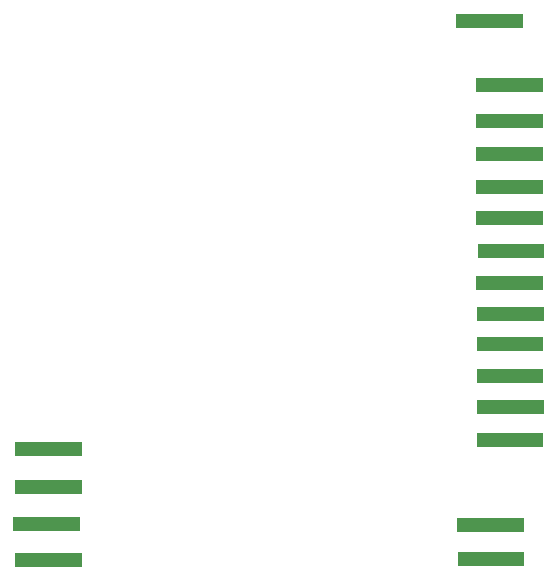
<source format=gbr>
G04 #@! TF.FileFunction,Paste,Bot*
%FSLAX46Y46*%
G04 Gerber Fmt 4.6, Leading zero omitted, Abs format (unit mm)*
G04 Created by KiCad (PCBNEW 4.0.6) date 05/08/17 07:31:45*
%MOMM*%
%LPD*%
G01*
G04 APERTURE LIST*
%ADD10C,0.100000*%
%ADD11C,1.100000*%
%ADD12R,0.635000X1.270000*%
G04 APERTURE END LIST*
D10*
D11*
X145062300Y-116519900D03*
D12*
X145443300Y-116519900D03*
X146078300Y-116519900D03*
X144808300Y-116519900D03*
X144173300Y-116519900D03*
X143538300Y-116519900D03*
X146675200Y-116519900D03*
X147272100Y-116519900D03*
X142916000Y-116519900D03*
X142293700Y-116519900D03*
D11*
X143452700Y-126598500D03*
D12*
X143833700Y-126598500D03*
X144468700Y-126598500D03*
X143198700Y-126598500D03*
X142563700Y-126598500D03*
X141928700Y-126598500D03*
X145065600Y-126598500D03*
X145662500Y-126598500D03*
X141306400Y-126598500D03*
X140684100Y-126598500D03*
D11*
X145138500Y-100543300D03*
D12*
X145519500Y-100543300D03*
X146154500Y-100543300D03*
X144884500Y-100543300D03*
X144249500Y-100543300D03*
X143614500Y-100543300D03*
X146751400Y-100543300D03*
X147348300Y-100543300D03*
X142992200Y-100543300D03*
X142369900Y-100543300D03*
D11*
X145011500Y-97774700D03*
D12*
X145392500Y-97774700D03*
X146027500Y-97774700D03*
X144757500Y-97774700D03*
X144122500Y-97774700D03*
X143487500Y-97774700D03*
X146624400Y-97774700D03*
X147221300Y-97774700D03*
X142865200Y-97774700D03*
X142242900Y-97774700D03*
D11*
X145062300Y-111109700D03*
D12*
X145443300Y-111109700D03*
X146078300Y-111109700D03*
X144808300Y-111109700D03*
X144173300Y-111109700D03*
X143538300Y-111109700D03*
X146675200Y-111109700D03*
X147272100Y-111109700D03*
X142916000Y-111109700D03*
X142293700Y-111109700D03*
D11*
X145036900Y-86497100D03*
D12*
X145417900Y-86497100D03*
X146052900Y-86497100D03*
X144782900Y-86497100D03*
X144147900Y-86497100D03*
X143512900Y-86497100D03*
X146649800Y-86497100D03*
X147246700Y-86497100D03*
X142890600Y-86497100D03*
X142268300Y-86497100D03*
D11*
X145011500Y-103210300D03*
D12*
X145392500Y-103210300D03*
X146027500Y-103210300D03*
X144757500Y-103210300D03*
X144122500Y-103210300D03*
X143487500Y-103210300D03*
X146624400Y-103210300D03*
X147221300Y-103210300D03*
X142865200Y-103210300D03*
X142242900Y-103210300D03*
D11*
X145036900Y-95107700D03*
D12*
X145417900Y-95107700D03*
X146052900Y-95107700D03*
X144782900Y-95107700D03*
X144147900Y-95107700D03*
X143512900Y-95107700D03*
X146649800Y-95107700D03*
X147246700Y-95107700D03*
X142890600Y-95107700D03*
X142268300Y-95107700D03*
D11*
X145036900Y-92313700D03*
D12*
X145417900Y-92313700D03*
X146052900Y-92313700D03*
X144782900Y-92313700D03*
X144147900Y-92313700D03*
X143512900Y-92313700D03*
X146649800Y-92313700D03*
X147246700Y-92313700D03*
X142890600Y-92313700D03*
X142268300Y-92313700D03*
D11*
X145062300Y-108417300D03*
D12*
X145443300Y-108417300D03*
X146078300Y-108417300D03*
X144808300Y-108417300D03*
X144173300Y-108417300D03*
X143538300Y-108417300D03*
X146675200Y-108417300D03*
X147272100Y-108417300D03*
X142916000Y-108417300D03*
X142293700Y-108417300D03*
D11*
X143351700Y-81078100D03*
D12*
X143732700Y-81078100D03*
X144367700Y-81078100D03*
X143097700Y-81078100D03*
X142462700Y-81078100D03*
X141827700Y-81078100D03*
X144964600Y-81078100D03*
X145561500Y-81078100D03*
X141205400Y-81078100D03*
X140583100Y-81078100D03*
D11*
X145087700Y-113700500D03*
D12*
X145468700Y-113700500D03*
X146103700Y-113700500D03*
X144833700Y-113700500D03*
X144198700Y-113700500D03*
X143563700Y-113700500D03*
X146700600Y-113700500D03*
X147297500Y-113700500D03*
X142941400Y-113700500D03*
X142319100Y-113700500D03*
D11*
X143426900Y-123750100D03*
D12*
X143807900Y-123750100D03*
X144442900Y-123750100D03*
X143172900Y-123750100D03*
X142537900Y-123750100D03*
X141902900Y-123750100D03*
X145039800Y-123750100D03*
X145636700Y-123750100D03*
X141280600Y-123750100D03*
X140658300Y-123750100D03*
D11*
X145011500Y-89519700D03*
D12*
X145392500Y-89519700D03*
X146027500Y-89519700D03*
X144757500Y-89519700D03*
X144122500Y-89519700D03*
X143487500Y-89519700D03*
X146624400Y-89519700D03*
X147221300Y-89519700D03*
X142865200Y-89519700D03*
X142242900Y-89519700D03*
D11*
X145087700Y-105851900D03*
D12*
X145468700Y-105851900D03*
X146103700Y-105851900D03*
X144833700Y-105851900D03*
X144198700Y-105851900D03*
X143563700Y-105851900D03*
X146700600Y-105851900D03*
X147297500Y-105851900D03*
X142941400Y-105851900D03*
X142319100Y-105851900D03*
D11*
X105812100Y-123631100D03*
D12*
X106193100Y-123631100D03*
X106828100Y-123631100D03*
X105558100Y-123631100D03*
X104923100Y-123631100D03*
X104288100Y-123631100D03*
X107425000Y-123631100D03*
X108021900Y-123631100D03*
X103665800Y-123631100D03*
X103043500Y-123631100D03*
D11*
X105967100Y-126667100D03*
D12*
X106348100Y-126667100D03*
X106983100Y-126667100D03*
X105713100Y-126667100D03*
X105078100Y-126667100D03*
X104443100Y-126667100D03*
X107580000Y-126667100D03*
X108176900Y-126667100D03*
X103820800Y-126667100D03*
X103198500Y-126667100D03*
D11*
X105967100Y-120488100D03*
D12*
X106348100Y-120488100D03*
X106983100Y-120488100D03*
X105713100Y-120488100D03*
X105078100Y-120488100D03*
X104443100Y-120488100D03*
X107580000Y-120488100D03*
X108176900Y-120488100D03*
X103820800Y-120488100D03*
X103198500Y-120488100D03*
D11*
X105966100Y-117265100D03*
D12*
X106347100Y-117265100D03*
X106982100Y-117265100D03*
X105712100Y-117265100D03*
X105077100Y-117265100D03*
X104442100Y-117265100D03*
X107579000Y-117265100D03*
X108175900Y-117265100D03*
X103819800Y-117265100D03*
X103197500Y-117265100D03*
M02*

</source>
